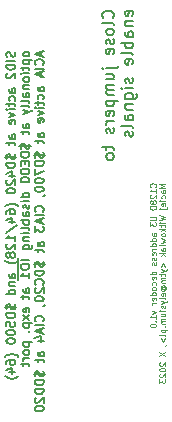
<source format=gbo>
G04 #@! TF.GenerationSoftware,KiCad,Pcbnew,(6.0.5)*
G04 #@! TF.CreationDate,2023-11-13T21:58:41+01:00*
G04 #@! TF.ProjectId,c128-u3-gal,63313238-2d75-4332-9d67-616c2e6b6963,1*
G04 #@! TF.SameCoordinates,Original*
G04 #@! TF.FileFunction,Legend,Bot*
G04 #@! TF.FilePolarity,Positive*
%FSLAX46Y46*%
G04 Gerber Fmt 4.6, Leading zero omitted, Abs format (unit mm)*
G04 Created by KiCad (PCBNEW (6.0.5)) date 2023-11-13 21:58:41*
%MOMM*%
%LPD*%
G01*
G04 APERTURE LIST*
%ADD10C,0.100000*%
%ADD11C,0.150000*%
%ADD12R,1.700000X1.700000*%
%ADD13O,1.700000X1.700000*%
%ADD14R,2.400000X1.600000*%
%ADD15O,2.400000X1.600000*%
G04 APERTURE END LIST*
D10*
X157967271Y-85102561D02*
X157991080Y-85078752D01*
X158014890Y-85007323D01*
X158014890Y-84959704D01*
X157991080Y-84888276D01*
X157943461Y-84840657D01*
X157895842Y-84816847D01*
X157800604Y-84793038D01*
X157729176Y-84793038D01*
X157633938Y-84816847D01*
X157586319Y-84840657D01*
X157538700Y-84888276D01*
X157514890Y-84959704D01*
X157514890Y-85007323D01*
X157538700Y-85078752D01*
X157562509Y-85102561D01*
X158014890Y-85578752D02*
X158014890Y-85293038D01*
X158014890Y-85435895D02*
X157514890Y-85435895D01*
X157586319Y-85388276D01*
X157633938Y-85340657D01*
X157657747Y-85293038D01*
X157562509Y-85769228D02*
X157538700Y-85793038D01*
X157514890Y-85840657D01*
X157514890Y-85959704D01*
X157538700Y-86007323D01*
X157562509Y-86031133D01*
X157610128Y-86054942D01*
X157657747Y-86054942D01*
X157729176Y-86031133D01*
X158014890Y-85745419D01*
X158014890Y-86054942D01*
X157729176Y-86340657D02*
X157705366Y-86293038D01*
X157681557Y-86269228D01*
X157633938Y-86245419D01*
X157610128Y-86245419D01*
X157562509Y-86269228D01*
X157538700Y-86293038D01*
X157514890Y-86340657D01*
X157514890Y-86435895D01*
X157538700Y-86483514D01*
X157562509Y-86507323D01*
X157610128Y-86531133D01*
X157633938Y-86531133D01*
X157681557Y-86507323D01*
X157705366Y-86483514D01*
X157729176Y-86435895D01*
X157729176Y-86340657D01*
X157752985Y-86293038D01*
X157776795Y-86269228D01*
X157824414Y-86245419D01*
X157919652Y-86245419D01*
X157967271Y-86269228D01*
X157991080Y-86293038D01*
X158014890Y-86340657D01*
X158014890Y-86435895D01*
X157991080Y-86483514D01*
X157967271Y-86507323D01*
X157919652Y-86531133D01*
X157824414Y-86531133D01*
X157776795Y-86507323D01*
X157752985Y-86483514D01*
X157729176Y-86435895D01*
X158014890Y-86745419D02*
X157514890Y-86745419D01*
X157514890Y-86864466D01*
X157538700Y-86935895D01*
X157586319Y-86983514D01*
X157633938Y-87007323D01*
X157729176Y-87031133D01*
X157800604Y-87031133D01*
X157895842Y-87007323D01*
X157943461Y-86983514D01*
X157991080Y-86935895D01*
X158014890Y-86864466D01*
X158014890Y-86745419D01*
X157514890Y-87626371D02*
X157919652Y-87626371D01*
X157967271Y-87650180D01*
X157991080Y-87673990D01*
X158014890Y-87721609D01*
X158014890Y-87816847D01*
X157991080Y-87864466D01*
X157967271Y-87888276D01*
X157919652Y-87912085D01*
X157514890Y-87912085D01*
X157514890Y-88102561D02*
X157514890Y-88412085D01*
X157705366Y-88245419D01*
X157705366Y-88316847D01*
X157729176Y-88364466D01*
X157752985Y-88388276D01*
X157800604Y-88412085D01*
X157919652Y-88412085D01*
X157967271Y-88388276D01*
X157991080Y-88364466D01*
X158014890Y-88316847D01*
X158014890Y-88173990D01*
X157991080Y-88126371D01*
X157967271Y-88102561D01*
X158014890Y-89221609D02*
X157752985Y-89221609D01*
X157705366Y-89197800D01*
X157681557Y-89150180D01*
X157681557Y-89054942D01*
X157705366Y-89007323D01*
X157991080Y-89221609D02*
X158014890Y-89173990D01*
X158014890Y-89054942D01*
X157991080Y-89007323D01*
X157943461Y-88983514D01*
X157895842Y-88983514D01*
X157848223Y-89007323D01*
X157824414Y-89054942D01*
X157824414Y-89173990D01*
X157800604Y-89221609D01*
X158014890Y-89673990D02*
X157514890Y-89673990D01*
X157991080Y-89673990D02*
X158014890Y-89626371D01*
X158014890Y-89531133D01*
X157991080Y-89483514D01*
X157967271Y-89459704D01*
X157919652Y-89435895D01*
X157776795Y-89435895D01*
X157729176Y-89459704D01*
X157705366Y-89483514D01*
X157681557Y-89531133D01*
X157681557Y-89626371D01*
X157705366Y-89673990D01*
X158014890Y-90126371D02*
X157514890Y-90126371D01*
X157991080Y-90126371D02*
X158014890Y-90078752D01*
X158014890Y-89983514D01*
X157991080Y-89935895D01*
X157967271Y-89912085D01*
X157919652Y-89888276D01*
X157776795Y-89888276D01*
X157729176Y-89912085D01*
X157705366Y-89935895D01*
X157681557Y-89983514D01*
X157681557Y-90078752D01*
X157705366Y-90126371D01*
X158014890Y-90364466D02*
X157681557Y-90364466D01*
X157776795Y-90364466D02*
X157729176Y-90388276D01*
X157705366Y-90412085D01*
X157681557Y-90459704D01*
X157681557Y-90507323D01*
X157991080Y-90864466D02*
X158014890Y-90816847D01*
X158014890Y-90721609D01*
X157991080Y-90673990D01*
X157943461Y-90650180D01*
X157752985Y-90650180D01*
X157705366Y-90673990D01*
X157681557Y-90721609D01*
X157681557Y-90816847D01*
X157705366Y-90864466D01*
X157752985Y-90888276D01*
X157800604Y-90888276D01*
X157848223Y-90650180D01*
X157991080Y-91078752D02*
X158014890Y-91126371D01*
X158014890Y-91221609D01*
X157991080Y-91269228D01*
X157943461Y-91293038D01*
X157919652Y-91293038D01*
X157872033Y-91269228D01*
X157848223Y-91221609D01*
X157848223Y-91150180D01*
X157824414Y-91102561D01*
X157776795Y-91078752D01*
X157752985Y-91078752D01*
X157705366Y-91102561D01*
X157681557Y-91150180D01*
X157681557Y-91221609D01*
X157705366Y-91269228D01*
X157991080Y-91483514D02*
X158014890Y-91531133D01*
X158014890Y-91626371D01*
X157991080Y-91673990D01*
X157943461Y-91697800D01*
X157919652Y-91697800D01*
X157872033Y-91673990D01*
X157848223Y-91626371D01*
X157848223Y-91554942D01*
X157824414Y-91507323D01*
X157776795Y-91483514D01*
X157752985Y-91483514D01*
X157705366Y-91507323D01*
X157681557Y-91554942D01*
X157681557Y-91626371D01*
X157705366Y-91673990D01*
X158014890Y-92507323D02*
X157514890Y-92507323D01*
X157991080Y-92507323D02*
X158014890Y-92459704D01*
X158014890Y-92364466D01*
X157991080Y-92316847D01*
X157967271Y-92293038D01*
X157919652Y-92269228D01*
X157776795Y-92269228D01*
X157729176Y-92293038D01*
X157705366Y-92316847D01*
X157681557Y-92364466D01*
X157681557Y-92459704D01*
X157705366Y-92507323D01*
X157991080Y-92935895D02*
X158014890Y-92888276D01*
X158014890Y-92793038D01*
X157991080Y-92745419D01*
X157943461Y-92721609D01*
X157752985Y-92721609D01*
X157705366Y-92745419D01*
X157681557Y-92793038D01*
X157681557Y-92888276D01*
X157705366Y-92935895D01*
X157752985Y-92959704D01*
X157800604Y-92959704D01*
X157848223Y-92721609D01*
X157991080Y-93388276D02*
X158014890Y-93340657D01*
X158014890Y-93245419D01*
X157991080Y-93197800D01*
X157967271Y-93173990D01*
X157919652Y-93150180D01*
X157776795Y-93150180D01*
X157729176Y-93173990D01*
X157705366Y-93197800D01*
X157681557Y-93245419D01*
X157681557Y-93340657D01*
X157705366Y-93388276D01*
X158014890Y-93673990D02*
X157991080Y-93626371D01*
X157967271Y-93602561D01*
X157919652Y-93578752D01*
X157776795Y-93578752D01*
X157729176Y-93602561D01*
X157705366Y-93626371D01*
X157681557Y-93673990D01*
X157681557Y-93745419D01*
X157705366Y-93793038D01*
X157729176Y-93816847D01*
X157776795Y-93840657D01*
X157919652Y-93840657D01*
X157967271Y-93816847D01*
X157991080Y-93793038D01*
X158014890Y-93745419D01*
X158014890Y-93673990D01*
X158014890Y-94269228D02*
X157514890Y-94269228D01*
X157991080Y-94269228D02*
X158014890Y-94221609D01*
X158014890Y-94126371D01*
X157991080Y-94078752D01*
X157967271Y-94054942D01*
X157919652Y-94031133D01*
X157776795Y-94031133D01*
X157729176Y-94054942D01*
X157705366Y-94078752D01*
X157681557Y-94126371D01*
X157681557Y-94221609D01*
X157705366Y-94269228D01*
X157991080Y-94697800D02*
X158014890Y-94650180D01*
X158014890Y-94554942D01*
X157991080Y-94507323D01*
X157943461Y-94483514D01*
X157752985Y-94483514D01*
X157705366Y-94507323D01*
X157681557Y-94554942D01*
X157681557Y-94650180D01*
X157705366Y-94697800D01*
X157752985Y-94721609D01*
X157800604Y-94721609D01*
X157848223Y-94483514D01*
X158014890Y-94935895D02*
X157681557Y-94935895D01*
X157776795Y-94935895D02*
X157729176Y-94959704D01*
X157705366Y-94983514D01*
X157681557Y-95031133D01*
X157681557Y-95078752D01*
X157681557Y-95578752D02*
X158014890Y-95697800D01*
X157681557Y-95816847D01*
X158014890Y-96269228D02*
X158014890Y-95983514D01*
X158014890Y-96126371D02*
X157514890Y-96126371D01*
X157586319Y-96078752D01*
X157633938Y-96031133D01*
X157657747Y-95983514D01*
X157967271Y-96483514D02*
X157991080Y-96507323D01*
X158014890Y-96483514D01*
X157991080Y-96459704D01*
X157967271Y-96483514D01*
X158014890Y-96483514D01*
X157514890Y-96816847D02*
X157514890Y-96864466D01*
X157538700Y-96912085D01*
X157562509Y-96935895D01*
X157610128Y-96959704D01*
X157705366Y-96983514D01*
X157824414Y-96983514D01*
X157919652Y-96959704D01*
X157967271Y-96935895D01*
X157991080Y-96912085D01*
X158014890Y-96864466D01*
X158014890Y-96816847D01*
X157991080Y-96769228D01*
X157967271Y-96745419D01*
X157919652Y-96721609D01*
X157824414Y-96697800D01*
X157705366Y-96697800D01*
X157610128Y-96721609D01*
X157562509Y-96745419D01*
X157538700Y-96769228D01*
X157514890Y-96816847D01*
X158819890Y-84816847D02*
X158319890Y-84816847D01*
X158677033Y-84983514D01*
X158319890Y-85150180D01*
X158819890Y-85150180D01*
X158819890Y-85602561D02*
X158557985Y-85602561D01*
X158510366Y-85578752D01*
X158486557Y-85531133D01*
X158486557Y-85435895D01*
X158510366Y-85388276D01*
X158796080Y-85602561D02*
X158819890Y-85554942D01*
X158819890Y-85435895D01*
X158796080Y-85388276D01*
X158748461Y-85364466D01*
X158700842Y-85364466D01*
X158653223Y-85388276D01*
X158629414Y-85435895D01*
X158629414Y-85554942D01*
X158605604Y-85602561D01*
X158796080Y-86054942D02*
X158819890Y-86007323D01*
X158819890Y-85912085D01*
X158796080Y-85864466D01*
X158772271Y-85840657D01*
X158724652Y-85816847D01*
X158581795Y-85816847D01*
X158534176Y-85840657D01*
X158510366Y-85864466D01*
X158486557Y-85912085D01*
X158486557Y-86007323D01*
X158510366Y-86054942D01*
X158819890Y-86269228D02*
X158486557Y-86269228D01*
X158319890Y-86269228D02*
X158343700Y-86245419D01*
X158367509Y-86269228D01*
X158343700Y-86293038D01*
X158319890Y-86269228D01*
X158367509Y-86269228D01*
X158796080Y-86697800D02*
X158819890Y-86650180D01*
X158819890Y-86554942D01*
X158796080Y-86507323D01*
X158748461Y-86483514D01*
X158557985Y-86483514D01*
X158510366Y-86507323D01*
X158486557Y-86554942D01*
X158486557Y-86650180D01*
X158510366Y-86697800D01*
X158557985Y-86721609D01*
X158605604Y-86721609D01*
X158653223Y-86483514D01*
X158486557Y-86935895D02*
X158915128Y-86935895D01*
X158962747Y-86912085D01*
X158986557Y-86864466D01*
X158986557Y-86840657D01*
X158319890Y-86935895D02*
X158343700Y-86912085D01*
X158367509Y-86935895D01*
X158343700Y-86959704D01*
X158319890Y-86935895D01*
X158367509Y-86935895D01*
X158319890Y-87507323D02*
X158819890Y-87626371D01*
X158462747Y-87721609D01*
X158819890Y-87816847D01*
X158319890Y-87935895D01*
X158819890Y-88126371D02*
X158486557Y-88126371D01*
X158319890Y-88126371D02*
X158343700Y-88102561D01*
X158367509Y-88126371D01*
X158343700Y-88150180D01*
X158319890Y-88126371D01*
X158367509Y-88126371D01*
X158486557Y-88293038D02*
X158486557Y-88483514D01*
X158319890Y-88364466D02*
X158748461Y-88364466D01*
X158796080Y-88388276D01*
X158819890Y-88435895D01*
X158819890Y-88483514D01*
X158819890Y-88650180D02*
X158319890Y-88650180D01*
X158629414Y-88697800D02*
X158819890Y-88840657D01*
X158486557Y-88840657D02*
X158677033Y-88650180D01*
X158819890Y-89126371D02*
X158796080Y-89078752D01*
X158772271Y-89054942D01*
X158724652Y-89031133D01*
X158581795Y-89031133D01*
X158534176Y-89054942D01*
X158510366Y-89078752D01*
X158486557Y-89126371D01*
X158486557Y-89197800D01*
X158510366Y-89245419D01*
X158534176Y-89269228D01*
X158581795Y-89293038D01*
X158724652Y-89293038D01*
X158772271Y-89269228D01*
X158796080Y-89245419D01*
X158819890Y-89197800D01*
X158819890Y-89126371D01*
X158486557Y-89459704D02*
X158819890Y-89554942D01*
X158581795Y-89650180D01*
X158819890Y-89745419D01*
X158486557Y-89840657D01*
X158819890Y-90031133D02*
X158486557Y-90031133D01*
X158319890Y-90031133D02*
X158343700Y-90007323D01*
X158367509Y-90031133D01*
X158343700Y-90054942D01*
X158319890Y-90031133D01*
X158367509Y-90031133D01*
X158819890Y-90483514D02*
X158557985Y-90483514D01*
X158510366Y-90459704D01*
X158486557Y-90412085D01*
X158486557Y-90316847D01*
X158510366Y-90269228D01*
X158796080Y-90483514D02*
X158819890Y-90435895D01*
X158819890Y-90316847D01*
X158796080Y-90269228D01*
X158748461Y-90245419D01*
X158700842Y-90245419D01*
X158653223Y-90269228D01*
X158629414Y-90316847D01*
X158629414Y-90435895D01*
X158605604Y-90483514D01*
X158819890Y-90721609D02*
X158319890Y-90721609D01*
X158629414Y-90769228D02*
X158819890Y-90912085D01*
X158486557Y-90912085D02*
X158677033Y-90721609D01*
X158486557Y-91888276D02*
X158629414Y-91507323D01*
X158772271Y-91888276D01*
X158486557Y-92078752D02*
X158819890Y-92197800D01*
X158486557Y-92316847D02*
X158819890Y-92197800D01*
X158938938Y-92150180D01*
X158962747Y-92126371D01*
X158986557Y-92078752D01*
X158486557Y-92435895D02*
X158486557Y-92626371D01*
X158319890Y-92507323D02*
X158748461Y-92507323D01*
X158796080Y-92531133D01*
X158819890Y-92578752D01*
X158819890Y-92626371D01*
X158819890Y-92793038D02*
X158486557Y-92793038D01*
X158534176Y-92793038D02*
X158510366Y-92816847D01*
X158486557Y-92864466D01*
X158486557Y-92935895D01*
X158510366Y-92983514D01*
X158557985Y-93007323D01*
X158819890Y-93007323D01*
X158557985Y-93007323D02*
X158510366Y-93031133D01*
X158486557Y-93078752D01*
X158486557Y-93150180D01*
X158510366Y-93197800D01*
X158557985Y-93221609D01*
X158819890Y-93221609D01*
X158581795Y-93769228D02*
X158557985Y-93745419D01*
X158534176Y-93697800D01*
X158534176Y-93650180D01*
X158557985Y-93602561D01*
X158581795Y-93578752D01*
X158629414Y-93554942D01*
X158677033Y-93554942D01*
X158724652Y-93578752D01*
X158748461Y-93602561D01*
X158772271Y-93650180D01*
X158772271Y-93697800D01*
X158748461Y-93745419D01*
X158724652Y-93769228D01*
X158534176Y-93769228D02*
X158724652Y-93769228D01*
X158748461Y-93793038D01*
X158748461Y-93816847D01*
X158724652Y-93864466D01*
X158677033Y-93888276D01*
X158557985Y-93888276D01*
X158486557Y-93840657D01*
X158438938Y-93769228D01*
X158415128Y-93673990D01*
X158438938Y-93578752D01*
X158486557Y-93507323D01*
X158557985Y-93459704D01*
X158653223Y-93435895D01*
X158748461Y-93459704D01*
X158819890Y-93507323D01*
X158867509Y-93578752D01*
X158891319Y-93673990D01*
X158867509Y-93769228D01*
X158819890Y-93840657D01*
X158796080Y-94293038D02*
X158819890Y-94245419D01*
X158819890Y-94150180D01*
X158796080Y-94102561D01*
X158748461Y-94078752D01*
X158557985Y-94078752D01*
X158510366Y-94102561D01*
X158486557Y-94150180D01*
X158486557Y-94245419D01*
X158510366Y-94293038D01*
X158557985Y-94316847D01*
X158605604Y-94316847D01*
X158653223Y-94078752D01*
X158819890Y-94602561D02*
X158796080Y-94554942D01*
X158748461Y-94531133D01*
X158319890Y-94531133D01*
X158486557Y-94745419D02*
X158819890Y-94864466D01*
X158486557Y-94983514D02*
X158819890Y-94864466D01*
X158938938Y-94816847D01*
X158962747Y-94793038D01*
X158986557Y-94745419D01*
X158796080Y-95150180D02*
X158819890Y-95197800D01*
X158819890Y-95293038D01*
X158796080Y-95340657D01*
X158748461Y-95364466D01*
X158724652Y-95364466D01*
X158677033Y-95340657D01*
X158653223Y-95293038D01*
X158653223Y-95221609D01*
X158629414Y-95173990D01*
X158581795Y-95150180D01*
X158557985Y-95150180D01*
X158510366Y-95173990D01*
X158486557Y-95221609D01*
X158486557Y-95293038D01*
X158510366Y-95340657D01*
X158819890Y-95578752D02*
X158486557Y-95578752D01*
X158319890Y-95578752D02*
X158343700Y-95554942D01*
X158367509Y-95578752D01*
X158343700Y-95602561D01*
X158319890Y-95578752D01*
X158367509Y-95578752D01*
X158486557Y-96031133D02*
X158819890Y-96031133D01*
X158486557Y-95816847D02*
X158748461Y-95816847D01*
X158796080Y-95840657D01*
X158819890Y-95888276D01*
X158819890Y-95959704D01*
X158796080Y-96007323D01*
X158772271Y-96031133D01*
X158819890Y-96269228D02*
X158486557Y-96269228D01*
X158534176Y-96269228D02*
X158510366Y-96293038D01*
X158486557Y-96340657D01*
X158486557Y-96412085D01*
X158510366Y-96459704D01*
X158557985Y-96483514D01*
X158819890Y-96483514D01*
X158557985Y-96483514D02*
X158510366Y-96507323D01*
X158486557Y-96554942D01*
X158486557Y-96626371D01*
X158510366Y-96673990D01*
X158557985Y-96697800D01*
X158819890Y-96697800D01*
X158772271Y-96935895D02*
X158796080Y-96959704D01*
X158819890Y-96935895D01*
X158796080Y-96912085D01*
X158772271Y-96935895D01*
X158819890Y-96935895D01*
X158486557Y-97173990D02*
X158986557Y-97173990D01*
X158510366Y-97173990D02*
X158486557Y-97221609D01*
X158486557Y-97316847D01*
X158510366Y-97364466D01*
X158534176Y-97388276D01*
X158581795Y-97412085D01*
X158724652Y-97412085D01*
X158772271Y-97388276D01*
X158796080Y-97364466D01*
X158819890Y-97316847D01*
X158819890Y-97221609D01*
X158796080Y-97173990D01*
X158819890Y-97697800D02*
X158796080Y-97650180D01*
X158748461Y-97626371D01*
X158319890Y-97626371D01*
X158486557Y-97888276D02*
X158629414Y-98269228D01*
X158772271Y-97888276D01*
X158796080Y-98531133D02*
X158819890Y-98531133D01*
X158867509Y-98507323D01*
X158891319Y-98483514D01*
X158319890Y-99078752D02*
X158819890Y-99412085D01*
X158319890Y-99412085D02*
X158819890Y-99078752D01*
X158367509Y-99959704D02*
X158343700Y-99983514D01*
X158319890Y-100031133D01*
X158319890Y-100150180D01*
X158343700Y-100197800D01*
X158367509Y-100221609D01*
X158415128Y-100245419D01*
X158462747Y-100245419D01*
X158534176Y-100221609D01*
X158819890Y-99935895D01*
X158819890Y-100245419D01*
X158319890Y-100554942D02*
X158319890Y-100602561D01*
X158343700Y-100650180D01*
X158367509Y-100673990D01*
X158415128Y-100697800D01*
X158510366Y-100721609D01*
X158629414Y-100721609D01*
X158724652Y-100697800D01*
X158772271Y-100673990D01*
X158796080Y-100650180D01*
X158819890Y-100602561D01*
X158819890Y-100554942D01*
X158796080Y-100507323D01*
X158772271Y-100483514D01*
X158724652Y-100459704D01*
X158629414Y-100435895D01*
X158510366Y-100435895D01*
X158415128Y-100459704D01*
X158367509Y-100483514D01*
X158343700Y-100507323D01*
X158319890Y-100554942D01*
X158367509Y-100912085D02*
X158343700Y-100935895D01*
X158319890Y-100983514D01*
X158319890Y-101102561D01*
X158343700Y-101150180D01*
X158367509Y-101173990D01*
X158415128Y-101197800D01*
X158462747Y-101197800D01*
X158534176Y-101173990D01*
X158819890Y-100888276D01*
X158819890Y-101197800D01*
X158319890Y-101364466D02*
X158319890Y-101673990D01*
X158510366Y-101507323D01*
X158510366Y-101578752D01*
X158534176Y-101626371D01*
X158557985Y-101650180D01*
X158605604Y-101673990D01*
X158724652Y-101673990D01*
X158772271Y-101650180D01*
X158796080Y-101626371D01*
X158819890Y-101578752D01*
X158819890Y-101435895D01*
X158796080Y-101388276D01*
X158772271Y-101364466D01*
D11*
X154365142Y-70782423D02*
X154412761Y-70734804D01*
X154460380Y-70591947D01*
X154460380Y-70496709D01*
X154412761Y-70353852D01*
X154317523Y-70258614D01*
X154222285Y-70210995D01*
X154031809Y-70163376D01*
X153888952Y-70163376D01*
X153698476Y-70210995D01*
X153603238Y-70258614D01*
X153508000Y-70353852D01*
X153460380Y-70496709D01*
X153460380Y-70591947D01*
X153508000Y-70734804D01*
X153555619Y-70782423D01*
X154460380Y-71353852D02*
X154412761Y-71258614D01*
X154317523Y-71210995D01*
X153460380Y-71210995D01*
X154460380Y-71877661D02*
X154412761Y-71782423D01*
X154365142Y-71734804D01*
X154269904Y-71687185D01*
X153984190Y-71687185D01*
X153888952Y-71734804D01*
X153841333Y-71782423D01*
X153793714Y-71877661D01*
X153793714Y-72020519D01*
X153841333Y-72115757D01*
X153888952Y-72163376D01*
X153984190Y-72210995D01*
X154269904Y-72210995D01*
X154365142Y-72163376D01*
X154412761Y-72115757D01*
X154460380Y-72020519D01*
X154460380Y-71877661D01*
X154412761Y-72591947D02*
X154460380Y-72687185D01*
X154460380Y-72877661D01*
X154412761Y-72972900D01*
X154317523Y-73020519D01*
X154269904Y-73020519D01*
X154174666Y-72972900D01*
X154127047Y-72877661D01*
X154127047Y-72734804D01*
X154079428Y-72639566D01*
X153984190Y-72591947D01*
X153936571Y-72591947D01*
X153841333Y-72639566D01*
X153793714Y-72734804D01*
X153793714Y-72877661D01*
X153841333Y-72972900D01*
X154412761Y-73830042D02*
X154460380Y-73734804D01*
X154460380Y-73544328D01*
X154412761Y-73449090D01*
X154317523Y-73401471D01*
X153936571Y-73401471D01*
X153841333Y-73449090D01*
X153793714Y-73544328D01*
X153793714Y-73734804D01*
X153841333Y-73830042D01*
X153936571Y-73877661D01*
X154031809Y-73877661D01*
X154127047Y-73401471D01*
X153793714Y-75068138D02*
X154650857Y-75068138D01*
X154746095Y-75020519D01*
X154793714Y-74925280D01*
X154793714Y-74877661D01*
X153460380Y-75068138D02*
X153508000Y-75020519D01*
X153555619Y-75068138D01*
X153508000Y-75115757D01*
X153460380Y-75068138D01*
X153555619Y-75068138D01*
X153793714Y-75972900D02*
X154460380Y-75972900D01*
X153793714Y-75544328D02*
X154317523Y-75544328D01*
X154412761Y-75591947D01*
X154460380Y-75687185D01*
X154460380Y-75830042D01*
X154412761Y-75925280D01*
X154365142Y-75972900D01*
X154460380Y-76449090D02*
X153793714Y-76449090D01*
X153888952Y-76449090D02*
X153841333Y-76496709D01*
X153793714Y-76591947D01*
X153793714Y-76734804D01*
X153841333Y-76830042D01*
X153936571Y-76877661D01*
X154460380Y-76877661D01*
X153936571Y-76877661D02*
X153841333Y-76925280D01*
X153793714Y-77020519D01*
X153793714Y-77163376D01*
X153841333Y-77258614D01*
X153936571Y-77306233D01*
X154460380Y-77306233D01*
X153793714Y-77782423D02*
X154793714Y-77782423D01*
X153841333Y-77782423D02*
X153793714Y-77877661D01*
X153793714Y-78068138D01*
X153841333Y-78163376D01*
X153888952Y-78210995D01*
X153984190Y-78258614D01*
X154269904Y-78258614D01*
X154365142Y-78210995D01*
X154412761Y-78163376D01*
X154460380Y-78068138D01*
X154460380Y-77877661D01*
X154412761Y-77782423D01*
X154412761Y-79068138D02*
X154460380Y-78972900D01*
X154460380Y-78782423D01*
X154412761Y-78687185D01*
X154317523Y-78639566D01*
X153936571Y-78639566D01*
X153841333Y-78687185D01*
X153793714Y-78782423D01*
X153793714Y-78972900D01*
X153841333Y-79068138D01*
X153936571Y-79115757D01*
X154031809Y-79115757D01*
X154127047Y-78639566D01*
X154460380Y-79544328D02*
X153793714Y-79544328D01*
X153984190Y-79544328D02*
X153888952Y-79591947D01*
X153841333Y-79639566D01*
X153793714Y-79734804D01*
X153793714Y-79830042D01*
X154412761Y-80115757D02*
X154460380Y-80210995D01*
X154460380Y-80401471D01*
X154412761Y-80496709D01*
X154317523Y-80544328D01*
X154269904Y-80544328D01*
X154174666Y-80496709D01*
X154127047Y-80401471D01*
X154127047Y-80258614D01*
X154079428Y-80163376D01*
X153984190Y-80115757D01*
X153936571Y-80115757D01*
X153841333Y-80163376D01*
X153793714Y-80258614D01*
X153793714Y-80401471D01*
X153841333Y-80496709D01*
X153793714Y-81591947D02*
X153793714Y-81972900D01*
X153460380Y-81734804D02*
X154317523Y-81734804D01*
X154412761Y-81782423D01*
X154460380Y-81877661D01*
X154460380Y-81972900D01*
X154460380Y-82449090D02*
X154412761Y-82353852D01*
X154365142Y-82306233D01*
X154269904Y-82258614D01*
X153984190Y-82258614D01*
X153888952Y-82306233D01*
X153841333Y-82353852D01*
X153793714Y-82449090D01*
X153793714Y-82591947D01*
X153841333Y-82687185D01*
X153888952Y-82734804D01*
X153984190Y-82782423D01*
X154269904Y-82782423D01*
X154365142Y-82734804D01*
X154412761Y-82687185D01*
X154460380Y-82591947D01*
X154460380Y-82449090D01*
X156022761Y-70591947D02*
X156070380Y-70496709D01*
X156070380Y-70306233D01*
X156022761Y-70210995D01*
X155927523Y-70163376D01*
X155546571Y-70163376D01*
X155451333Y-70210995D01*
X155403714Y-70306233D01*
X155403714Y-70496709D01*
X155451333Y-70591947D01*
X155546571Y-70639566D01*
X155641809Y-70639566D01*
X155737047Y-70163376D01*
X155403714Y-71068138D02*
X156070380Y-71068138D01*
X155498952Y-71068138D02*
X155451333Y-71115757D01*
X155403714Y-71210995D01*
X155403714Y-71353852D01*
X155451333Y-71449090D01*
X155546571Y-71496709D01*
X156070380Y-71496709D01*
X156070380Y-72401471D02*
X155546571Y-72401471D01*
X155451333Y-72353852D01*
X155403714Y-72258614D01*
X155403714Y-72068138D01*
X155451333Y-71972900D01*
X156022761Y-72401471D02*
X156070380Y-72306233D01*
X156070380Y-72068138D01*
X156022761Y-71972900D01*
X155927523Y-71925280D01*
X155832285Y-71925280D01*
X155737047Y-71972900D01*
X155689428Y-72068138D01*
X155689428Y-72306233D01*
X155641809Y-72401471D01*
X156070380Y-72877661D02*
X155070380Y-72877661D01*
X155451333Y-72877661D02*
X155403714Y-72972900D01*
X155403714Y-73163376D01*
X155451333Y-73258614D01*
X155498952Y-73306233D01*
X155594190Y-73353852D01*
X155879904Y-73353852D01*
X155975142Y-73306233D01*
X156022761Y-73258614D01*
X156070380Y-73163376D01*
X156070380Y-72972900D01*
X156022761Y-72877661D01*
X156070380Y-73925280D02*
X156022761Y-73830042D01*
X155927523Y-73782423D01*
X155070380Y-73782423D01*
X156022761Y-74687185D02*
X156070380Y-74591947D01*
X156070380Y-74401471D01*
X156022761Y-74306233D01*
X155927523Y-74258614D01*
X155546571Y-74258614D01*
X155451333Y-74306233D01*
X155403714Y-74401471D01*
X155403714Y-74591947D01*
X155451333Y-74687185D01*
X155546571Y-74734804D01*
X155641809Y-74734804D01*
X155737047Y-74258614D01*
X156022761Y-75877661D02*
X156070380Y-75972900D01*
X156070380Y-76163376D01*
X156022761Y-76258614D01*
X155927523Y-76306233D01*
X155879904Y-76306233D01*
X155784666Y-76258614D01*
X155737047Y-76163376D01*
X155737047Y-76020519D01*
X155689428Y-75925280D01*
X155594190Y-75877661D01*
X155546571Y-75877661D01*
X155451333Y-75925280D01*
X155403714Y-76020519D01*
X155403714Y-76163376D01*
X155451333Y-76258614D01*
X156070380Y-76734804D02*
X155403714Y-76734804D01*
X155070380Y-76734804D02*
X155118000Y-76687185D01*
X155165619Y-76734804D01*
X155118000Y-76782423D01*
X155070380Y-76734804D01*
X155165619Y-76734804D01*
X155403714Y-77639566D02*
X156213238Y-77639566D01*
X156308476Y-77591947D01*
X156356095Y-77544328D01*
X156403714Y-77449090D01*
X156403714Y-77306233D01*
X156356095Y-77210995D01*
X156022761Y-77639566D02*
X156070380Y-77544328D01*
X156070380Y-77353852D01*
X156022761Y-77258614D01*
X155975142Y-77210995D01*
X155879904Y-77163376D01*
X155594190Y-77163376D01*
X155498952Y-77210995D01*
X155451333Y-77258614D01*
X155403714Y-77353852D01*
X155403714Y-77544328D01*
X155451333Y-77639566D01*
X155403714Y-78115757D02*
X156070380Y-78115757D01*
X155498952Y-78115757D02*
X155451333Y-78163376D01*
X155403714Y-78258614D01*
X155403714Y-78401471D01*
X155451333Y-78496709D01*
X155546571Y-78544328D01*
X156070380Y-78544328D01*
X156070380Y-79449090D02*
X155546571Y-79449090D01*
X155451333Y-79401471D01*
X155403714Y-79306233D01*
X155403714Y-79115757D01*
X155451333Y-79020519D01*
X156022761Y-79449090D02*
X156070380Y-79353852D01*
X156070380Y-79115757D01*
X156022761Y-79020519D01*
X155927523Y-78972900D01*
X155832285Y-78972900D01*
X155737047Y-79020519D01*
X155689428Y-79115757D01*
X155689428Y-79353852D01*
X155641809Y-79449090D01*
X156070380Y-80068138D02*
X156022761Y-79972900D01*
X155927523Y-79925280D01*
X155070380Y-79925280D01*
X156022761Y-80401471D02*
X156070380Y-80496709D01*
X156070380Y-80687185D01*
X156022761Y-80782423D01*
X155927523Y-80830042D01*
X155879904Y-80830042D01*
X155784666Y-80782423D01*
X155737047Y-80687185D01*
X155737047Y-80544328D01*
X155689428Y-80449090D01*
X155594190Y-80401471D01*
X155546571Y-80401471D01*
X155451333Y-80449090D01*
X155403714Y-80544328D01*
X155403714Y-80687185D01*
X155451333Y-80782423D01*
X146060471Y-73646357D02*
X146096185Y-73753500D01*
X146096185Y-73932071D01*
X146060471Y-74003500D01*
X146024757Y-74039214D01*
X145953328Y-74074928D01*
X145881900Y-74074928D01*
X145810471Y-74039214D01*
X145774757Y-74003500D01*
X145739042Y-73932071D01*
X145703328Y-73789214D01*
X145667614Y-73717785D01*
X145631900Y-73682071D01*
X145560471Y-73646357D01*
X145489042Y-73646357D01*
X145417614Y-73682071D01*
X145381900Y-73717785D01*
X145346185Y-73789214D01*
X145346185Y-73967785D01*
X145381900Y-74074928D01*
X146096185Y-74396357D02*
X145346185Y-74396357D01*
X146096185Y-74753500D02*
X145346185Y-74753500D01*
X145346185Y-74932071D01*
X145381900Y-75039214D01*
X145453328Y-75110642D01*
X145524757Y-75146357D01*
X145667614Y-75182071D01*
X145774757Y-75182071D01*
X145917614Y-75146357D01*
X145989042Y-75110642D01*
X146060471Y-75039214D01*
X146096185Y-74932071D01*
X146096185Y-74753500D01*
X145417614Y-75467785D02*
X145381900Y-75503500D01*
X145346185Y-75574928D01*
X145346185Y-75753500D01*
X145381900Y-75824928D01*
X145417614Y-75860642D01*
X145489042Y-75896357D01*
X145560471Y-75896357D01*
X145667614Y-75860642D01*
X146096185Y-75432071D01*
X146096185Y-75896357D01*
X146096185Y-77110642D02*
X145703328Y-77110642D01*
X145631900Y-77074928D01*
X145596185Y-77003500D01*
X145596185Y-76860642D01*
X145631900Y-76789214D01*
X146060471Y-77110642D02*
X146096185Y-77039214D01*
X146096185Y-76860642D01*
X146060471Y-76789214D01*
X145989042Y-76753500D01*
X145917614Y-76753500D01*
X145846185Y-76789214D01*
X145810471Y-76860642D01*
X145810471Y-77039214D01*
X145774757Y-77110642D01*
X146060471Y-77789214D02*
X146096185Y-77717785D01*
X146096185Y-77574928D01*
X146060471Y-77503500D01*
X146024757Y-77467785D01*
X145953328Y-77432071D01*
X145739042Y-77432071D01*
X145667614Y-77467785D01*
X145631900Y-77503500D01*
X145596185Y-77574928D01*
X145596185Y-77717785D01*
X145631900Y-77789214D01*
X145596185Y-78003500D02*
X145596185Y-78289214D01*
X145346185Y-78110642D02*
X145989042Y-78110642D01*
X146060471Y-78146357D01*
X146096185Y-78217785D01*
X146096185Y-78289214D01*
X146096185Y-78539214D02*
X145596185Y-78539214D01*
X145346185Y-78539214D02*
X145381900Y-78503500D01*
X145417614Y-78539214D01*
X145381900Y-78574928D01*
X145346185Y-78539214D01*
X145417614Y-78539214D01*
X145596185Y-78824928D02*
X146096185Y-79003500D01*
X145596185Y-79182071D01*
X146060471Y-79753500D02*
X146096185Y-79682071D01*
X146096185Y-79539214D01*
X146060471Y-79467785D01*
X145989042Y-79432071D01*
X145703328Y-79432071D01*
X145631900Y-79467785D01*
X145596185Y-79539214D01*
X145596185Y-79682071D01*
X145631900Y-79753500D01*
X145703328Y-79789214D01*
X145774757Y-79789214D01*
X145846185Y-79432071D01*
X146096185Y-81003500D02*
X145703328Y-81003500D01*
X145631900Y-80967785D01*
X145596185Y-80896357D01*
X145596185Y-80753500D01*
X145631900Y-80682071D01*
X146060471Y-81003500D02*
X146096185Y-80932071D01*
X146096185Y-80753500D01*
X146060471Y-80682071D01*
X145989042Y-80646357D01*
X145917614Y-80646357D01*
X145846185Y-80682071D01*
X145810471Y-80753500D01*
X145810471Y-80932071D01*
X145774757Y-81003500D01*
X145596185Y-81253500D02*
X145596185Y-81539214D01*
X145346185Y-81360642D02*
X145989042Y-81360642D01*
X146060471Y-81396357D01*
X146096185Y-81467785D01*
X146096185Y-81539214D01*
X146060471Y-82324928D02*
X146096185Y-82432071D01*
X146096185Y-82610642D01*
X146060471Y-82682071D01*
X146024757Y-82717785D01*
X145953328Y-82753500D01*
X145881900Y-82753500D01*
X145810471Y-82717785D01*
X145774757Y-82682071D01*
X145739042Y-82610642D01*
X145703328Y-82467785D01*
X145667614Y-82396357D01*
X145631900Y-82360642D01*
X145560471Y-82324928D01*
X145489042Y-82324928D01*
X145417614Y-82360642D01*
X145381900Y-82396357D01*
X145346185Y-82467785D01*
X145346185Y-82646357D01*
X145381900Y-82753500D01*
X145239042Y-82539214D02*
X146203328Y-82539214D01*
X146096185Y-83074928D02*
X145346185Y-83074928D01*
X145346185Y-83253500D01*
X145381900Y-83360642D01*
X145453328Y-83432071D01*
X145524757Y-83467785D01*
X145667614Y-83503500D01*
X145774757Y-83503500D01*
X145917614Y-83467785D01*
X145989042Y-83432071D01*
X146060471Y-83360642D01*
X146096185Y-83253500D01*
X146096185Y-83074928D01*
X145596185Y-84146357D02*
X146096185Y-84146357D01*
X145310471Y-83967785D02*
X145846185Y-83789214D01*
X145846185Y-84253500D01*
X145417614Y-84503500D02*
X145381900Y-84539214D01*
X145346185Y-84610642D01*
X145346185Y-84789214D01*
X145381900Y-84860642D01*
X145417614Y-84896357D01*
X145489042Y-84932071D01*
X145560471Y-84932071D01*
X145667614Y-84896357D01*
X146096185Y-84467785D01*
X146096185Y-84932071D01*
X145346185Y-85396357D02*
X145346185Y-85467785D01*
X145381900Y-85539214D01*
X145417614Y-85574928D01*
X145489042Y-85610642D01*
X145631900Y-85646357D01*
X145810471Y-85646357D01*
X145953328Y-85610642D01*
X146024757Y-85574928D01*
X146060471Y-85539214D01*
X146096185Y-85467785D01*
X146096185Y-85396357D01*
X146060471Y-85324928D01*
X146024757Y-85289214D01*
X145953328Y-85253500D01*
X145810471Y-85217785D01*
X145631900Y-85217785D01*
X145489042Y-85253500D01*
X145417614Y-85289214D01*
X145381900Y-85324928D01*
X145346185Y-85396357D01*
X146381900Y-86753500D02*
X146346185Y-86717785D01*
X146239042Y-86646357D01*
X146167614Y-86610642D01*
X146060471Y-86574928D01*
X145881900Y-86539214D01*
X145739042Y-86539214D01*
X145560471Y-86574928D01*
X145453328Y-86610642D01*
X145381900Y-86646357D01*
X145274757Y-86717785D01*
X145239042Y-86753500D01*
X145346185Y-87360642D02*
X145346185Y-87217785D01*
X145381900Y-87146357D01*
X145417614Y-87110642D01*
X145524757Y-87039214D01*
X145667614Y-87003500D01*
X145953328Y-87003500D01*
X146024757Y-87039214D01*
X146060471Y-87074928D01*
X146096185Y-87146357D01*
X146096185Y-87289214D01*
X146060471Y-87360642D01*
X146024757Y-87396357D01*
X145953328Y-87432071D01*
X145774757Y-87432071D01*
X145703328Y-87396357D01*
X145667614Y-87360642D01*
X145631900Y-87289214D01*
X145631900Y-87146357D01*
X145667614Y-87074928D01*
X145703328Y-87039214D01*
X145774757Y-87003500D01*
X145596185Y-88074928D02*
X146096185Y-88074928D01*
X145310471Y-87896357D02*
X145846185Y-87717785D01*
X145846185Y-88182071D01*
X145310471Y-89003500D02*
X146274757Y-88360642D01*
X146096185Y-89646357D02*
X146096185Y-89217785D01*
X146096185Y-89432071D02*
X145346185Y-89432071D01*
X145453328Y-89360642D01*
X145524757Y-89289214D01*
X145560471Y-89217785D01*
X145417614Y-89932071D02*
X145381900Y-89967785D01*
X145346185Y-90039214D01*
X145346185Y-90217785D01*
X145381900Y-90289214D01*
X145417614Y-90324928D01*
X145489042Y-90360642D01*
X145560471Y-90360642D01*
X145667614Y-90324928D01*
X146096185Y-89896357D01*
X146096185Y-90360642D01*
X145667614Y-90789214D02*
X145631900Y-90717785D01*
X145596185Y-90682071D01*
X145524757Y-90646357D01*
X145489042Y-90646357D01*
X145417614Y-90682071D01*
X145381900Y-90717785D01*
X145346185Y-90789214D01*
X145346185Y-90932071D01*
X145381900Y-91003500D01*
X145417614Y-91039214D01*
X145489042Y-91074928D01*
X145524757Y-91074928D01*
X145596185Y-91039214D01*
X145631900Y-91003500D01*
X145667614Y-90932071D01*
X145667614Y-90789214D01*
X145703328Y-90717785D01*
X145739042Y-90682071D01*
X145810471Y-90646357D01*
X145953328Y-90646357D01*
X146024757Y-90682071D01*
X146060471Y-90717785D01*
X146096185Y-90789214D01*
X146096185Y-90932071D01*
X146060471Y-91003500D01*
X146024757Y-91039214D01*
X145953328Y-91074928D01*
X145810471Y-91074928D01*
X145739042Y-91039214D01*
X145703328Y-91003500D01*
X145667614Y-90932071D01*
X146381900Y-91324928D02*
X146346185Y-91360642D01*
X146239042Y-91432071D01*
X146167614Y-91467785D01*
X146060471Y-91503500D01*
X145881900Y-91539214D01*
X145739042Y-91539214D01*
X145560471Y-91503500D01*
X145453328Y-91467785D01*
X145381900Y-91432071D01*
X145274757Y-91360642D01*
X145239042Y-91324928D01*
X146096185Y-92789214D02*
X145703328Y-92789214D01*
X145631900Y-92753500D01*
X145596185Y-92682071D01*
X145596185Y-92539214D01*
X145631900Y-92467785D01*
X146060471Y-92789214D02*
X146096185Y-92717785D01*
X146096185Y-92539214D01*
X146060471Y-92467785D01*
X145989042Y-92432071D01*
X145917614Y-92432071D01*
X145846185Y-92467785D01*
X145810471Y-92539214D01*
X145810471Y-92717785D01*
X145774757Y-92789214D01*
X145596185Y-93146357D02*
X146096185Y-93146357D01*
X145667614Y-93146357D02*
X145631900Y-93182071D01*
X145596185Y-93253500D01*
X145596185Y-93360642D01*
X145631900Y-93432071D01*
X145703328Y-93467785D01*
X146096185Y-93467785D01*
X146096185Y-94146357D02*
X145346185Y-94146357D01*
X146060471Y-94146357D02*
X146096185Y-94074928D01*
X146096185Y-93932071D01*
X146060471Y-93860642D01*
X146024757Y-93824928D01*
X145953328Y-93789214D01*
X145739042Y-93789214D01*
X145667614Y-93824928D01*
X145631900Y-93860642D01*
X145596185Y-93932071D01*
X145596185Y-94074928D01*
X145631900Y-94146357D01*
X146060471Y-95039214D02*
X146096185Y-95146357D01*
X146096185Y-95324928D01*
X146060471Y-95396357D01*
X146024757Y-95432071D01*
X145953328Y-95467785D01*
X145881900Y-95467785D01*
X145810471Y-95432071D01*
X145774757Y-95396357D01*
X145739042Y-95324928D01*
X145703328Y-95182071D01*
X145667614Y-95110642D01*
X145631900Y-95074928D01*
X145560471Y-95039214D01*
X145489042Y-95039214D01*
X145417614Y-95074928D01*
X145381900Y-95110642D01*
X145346185Y-95182071D01*
X145346185Y-95360642D01*
X145381900Y-95467785D01*
X145239042Y-95253500D02*
X146203328Y-95253500D01*
X146096185Y-95789214D02*
X145346185Y-95789214D01*
X145346185Y-95967785D01*
X145381900Y-96074928D01*
X145453328Y-96146357D01*
X145524757Y-96182071D01*
X145667614Y-96217785D01*
X145774757Y-96217785D01*
X145917614Y-96182071D01*
X145989042Y-96146357D01*
X146060471Y-96074928D01*
X146096185Y-95967785D01*
X146096185Y-95789214D01*
X145346185Y-96896357D02*
X145346185Y-96539214D01*
X145703328Y-96503500D01*
X145667614Y-96539214D01*
X145631900Y-96610642D01*
X145631900Y-96789214D01*
X145667614Y-96860642D01*
X145703328Y-96896357D01*
X145774757Y-96932071D01*
X145953328Y-96932071D01*
X146024757Y-96896357D01*
X146060471Y-96860642D01*
X146096185Y-96789214D01*
X146096185Y-96610642D01*
X146060471Y-96539214D01*
X146024757Y-96503500D01*
X145346185Y-97396357D02*
X145346185Y-97467785D01*
X145381900Y-97539214D01*
X145417614Y-97574928D01*
X145489042Y-97610642D01*
X145631900Y-97646357D01*
X145810471Y-97646357D01*
X145953328Y-97610642D01*
X146024757Y-97574928D01*
X146060471Y-97539214D01*
X146096185Y-97467785D01*
X146096185Y-97396357D01*
X146060471Y-97324928D01*
X146024757Y-97289214D01*
X145953328Y-97253500D01*
X145810471Y-97217785D01*
X145631900Y-97217785D01*
X145489042Y-97253500D01*
X145417614Y-97289214D01*
X145381900Y-97324928D01*
X145346185Y-97396357D01*
X145346185Y-98110642D02*
X145346185Y-98182071D01*
X145381900Y-98253500D01*
X145417614Y-98289214D01*
X145489042Y-98324928D01*
X145631900Y-98360642D01*
X145810471Y-98360642D01*
X145953328Y-98324928D01*
X146024757Y-98289214D01*
X146060471Y-98253500D01*
X146096185Y-98182071D01*
X146096185Y-98110642D01*
X146060471Y-98039214D01*
X146024757Y-98003500D01*
X145953328Y-97967785D01*
X145810471Y-97932071D01*
X145631900Y-97932071D01*
X145489042Y-97967785D01*
X145417614Y-98003500D01*
X145381900Y-98039214D01*
X145346185Y-98110642D01*
X146381900Y-99467785D02*
X146346185Y-99432071D01*
X146239042Y-99360642D01*
X146167614Y-99324928D01*
X146060471Y-99289214D01*
X145881900Y-99253500D01*
X145739042Y-99253500D01*
X145560471Y-99289214D01*
X145453328Y-99324928D01*
X145381900Y-99360642D01*
X145274757Y-99432071D01*
X145239042Y-99467785D01*
X145346185Y-100074928D02*
X145346185Y-99932071D01*
X145381900Y-99860642D01*
X145417614Y-99824928D01*
X145524757Y-99753500D01*
X145667614Y-99717785D01*
X145953328Y-99717785D01*
X146024757Y-99753500D01*
X146060471Y-99789214D01*
X146096185Y-99860642D01*
X146096185Y-100003500D01*
X146060471Y-100074928D01*
X146024757Y-100110642D01*
X145953328Y-100146357D01*
X145774757Y-100146357D01*
X145703328Y-100110642D01*
X145667614Y-100074928D01*
X145631900Y-100003500D01*
X145631900Y-99860642D01*
X145667614Y-99789214D01*
X145703328Y-99753500D01*
X145774757Y-99717785D01*
X145596185Y-100789214D02*
X146096185Y-100789214D01*
X145310471Y-100610642D02*
X145846185Y-100432071D01*
X145846185Y-100896357D01*
X146381900Y-101110642D02*
X146346185Y-101146357D01*
X146239042Y-101217785D01*
X146167614Y-101253500D01*
X146060471Y-101289214D01*
X145881900Y-101324928D01*
X145739042Y-101324928D01*
X145560471Y-101289214D01*
X145453328Y-101253500D01*
X145381900Y-101217785D01*
X145274757Y-101146357D01*
X145239042Y-101110642D01*
X147303685Y-73789214D02*
X147267971Y-73717785D01*
X147232257Y-73682071D01*
X147160828Y-73646357D01*
X146946542Y-73646357D01*
X146875114Y-73682071D01*
X146839400Y-73717785D01*
X146803685Y-73789214D01*
X146803685Y-73896357D01*
X146839400Y-73967785D01*
X146875114Y-74003500D01*
X146946542Y-74039214D01*
X147160828Y-74039214D01*
X147232257Y-74003500D01*
X147267971Y-73967785D01*
X147303685Y-73896357D01*
X147303685Y-73789214D01*
X146803685Y-74360642D02*
X147553685Y-74360642D01*
X146839400Y-74360642D02*
X146803685Y-74432071D01*
X146803685Y-74574928D01*
X146839400Y-74646357D01*
X146875114Y-74682071D01*
X146946542Y-74717785D01*
X147160828Y-74717785D01*
X147232257Y-74682071D01*
X147267971Y-74646357D01*
X147303685Y-74574928D01*
X147303685Y-74432071D01*
X147267971Y-74360642D01*
X146803685Y-74932071D02*
X146803685Y-75217785D01*
X146553685Y-75039214D02*
X147196542Y-75039214D01*
X147267971Y-75074928D01*
X147303685Y-75146357D01*
X147303685Y-75217785D01*
X147303685Y-75467785D02*
X146803685Y-75467785D01*
X146553685Y-75467785D02*
X146589400Y-75432071D01*
X146625114Y-75467785D01*
X146589400Y-75503500D01*
X146553685Y-75467785D01*
X146625114Y-75467785D01*
X147303685Y-75932071D02*
X147267971Y-75860642D01*
X147232257Y-75824928D01*
X147160828Y-75789214D01*
X146946542Y-75789214D01*
X146875114Y-75824928D01*
X146839400Y-75860642D01*
X146803685Y-75932071D01*
X146803685Y-76039214D01*
X146839400Y-76110642D01*
X146875114Y-76146357D01*
X146946542Y-76182071D01*
X147160828Y-76182071D01*
X147232257Y-76146357D01*
X147267971Y-76110642D01*
X147303685Y-76039214D01*
X147303685Y-75932071D01*
X146803685Y-76503500D02*
X147303685Y-76503500D01*
X146875114Y-76503500D02*
X146839400Y-76539214D01*
X146803685Y-76610642D01*
X146803685Y-76717785D01*
X146839400Y-76789214D01*
X146910828Y-76824928D01*
X147303685Y-76824928D01*
X147303685Y-77503500D02*
X146910828Y-77503500D01*
X146839400Y-77467785D01*
X146803685Y-77396357D01*
X146803685Y-77253500D01*
X146839400Y-77182071D01*
X147267971Y-77503500D02*
X147303685Y-77432071D01*
X147303685Y-77253500D01*
X147267971Y-77182071D01*
X147196542Y-77146357D01*
X147125114Y-77146357D01*
X147053685Y-77182071D01*
X147017971Y-77253500D01*
X147017971Y-77432071D01*
X146982257Y-77503500D01*
X147303685Y-77967785D02*
X147267971Y-77896357D01*
X147196542Y-77860642D01*
X146553685Y-77860642D01*
X147303685Y-78360642D02*
X147267971Y-78289214D01*
X147196542Y-78253500D01*
X146553685Y-78253500D01*
X146803685Y-78574928D02*
X147303685Y-78753500D01*
X146803685Y-78932071D02*
X147303685Y-78753500D01*
X147482257Y-78682071D01*
X147517971Y-78646357D01*
X147553685Y-78574928D01*
X147303685Y-80110642D02*
X146910828Y-80110642D01*
X146839400Y-80074928D01*
X146803685Y-80003500D01*
X146803685Y-79860642D01*
X146839400Y-79789214D01*
X147267971Y-80110642D02*
X147303685Y-80039214D01*
X147303685Y-79860642D01*
X147267971Y-79789214D01*
X147196542Y-79753500D01*
X147125114Y-79753500D01*
X147053685Y-79789214D01*
X147017971Y-79860642D01*
X147017971Y-80039214D01*
X146982257Y-80110642D01*
X146803685Y-80360642D02*
X146803685Y-80646357D01*
X146553685Y-80467785D02*
X147196542Y-80467785D01*
X147267971Y-80503500D01*
X147303685Y-80574928D01*
X147303685Y-80646357D01*
X147267971Y-81432071D02*
X147303685Y-81539214D01*
X147303685Y-81717785D01*
X147267971Y-81789214D01*
X147232257Y-81824928D01*
X147160828Y-81860642D01*
X147089400Y-81860642D01*
X147017971Y-81824928D01*
X146982257Y-81789214D01*
X146946542Y-81717785D01*
X146910828Y-81574928D01*
X146875114Y-81503500D01*
X146839400Y-81467785D01*
X146767971Y-81432071D01*
X146696542Y-81432071D01*
X146625114Y-81467785D01*
X146589400Y-81503500D01*
X146553685Y-81574928D01*
X146553685Y-81753500D01*
X146589400Y-81860642D01*
X146446542Y-81646357D02*
X147410828Y-81646357D01*
X147303685Y-82182071D02*
X146553685Y-82182071D01*
X146553685Y-82360642D01*
X146589400Y-82467785D01*
X146660828Y-82539214D01*
X146732257Y-82574928D01*
X146875114Y-82610642D01*
X146982257Y-82610642D01*
X147125114Y-82574928D01*
X147196542Y-82539214D01*
X147267971Y-82467785D01*
X147303685Y-82360642D01*
X147303685Y-82182071D01*
X146910828Y-82932071D02*
X146910828Y-83182071D01*
X147303685Y-83289214D02*
X147303685Y-82932071D01*
X146553685Y-82932071D01*
X146553685Y-83289214D01*
X146553685Y-83753500D02*
X146553685Y-83824928D01*
X146589400Y-83896357D01*
X146625114Y-83932071D01*
X146696542Y-83967785D01*
X146839400Y-84003500D01*
X147017971Y-84003500D01*
X147160828Y-83967785D01*
X147232257Y-83932071D01*
X147267971Y-83896357D01*
X147303685Y-83824928D01*
X147303685Y-83753500D01*
X147267971Y-83682071D01*
X147232257Y-83646357D01*
X147160828Y-83610642D01*
X147017971Y-83574928D01*
X146839400Y-83574928D01*
X146696542Y-83610642D01*
X146625114Y-83646357D01*
X146589400Y-83682071D01*
X146553685Y-83753500D01*
X146553685Y-84467785D02*
X146553685Y-84539214D01*
X146589400Y-84610642D01*
X146625114Y-84646357D01*
X146696542Y-84682071D01*
X146839400Y-84717785D01*
X147017971Y-84717785D01*
X147160828Y-84682071D01*
X147232257Y-84646357D01*
X147267971Y-84610642D01*
X147303685Y-84539214D01*
X147303685Y-84467785D01*
X147267971Y-84396357D01*
X147232257Y-84360642D01*
X147160828Y-84324928D01*
X147017971Y-84289214D01*
X146839400Y-84289214D01*
X146696542Y-84324928D01*
X146625114Y-84360642D01*
X146589400Y-84396357D01*
X146553685Y-84467785D01*
X147303685Y-85932071D02*
X146553685Y-85932071D01*
X147267971Y-85932071D02*
X147303685Y-85860642D01*
X147303685Y-85717785D01*
X147267971Y-85646357D01*
X147232257Y-85610642D01*
X147160828Y-85574928D01*
X146946542Y-85574928D01*
X146875114Y-85610642D01*
X146839400Y-85646357D01*
X146803685Y-85717785D01*
X146803685Y-85860642D01*
X146839400Y-85932071D01*
X147303685Y-86289214D02*
X146803685Y-86289214D01*
X146553685Y-86289214D02*
X146589400Y-86253500D01*
X146625114Y-86289214D01*
X146589400Y-86324928D01*
X146553685Y-86289214D01*
X146625114Y-86289214D01*
X147267971Y-86610642D02*
X147303685Y-86682071D01*
X147303685Y-86824928D01*
X147267971Y-86896357D01*
X147196542Y-86932071D01*
X147160828Y-86932071D01*
X147089400Y-86896357D01*
X147053685Y-86824928D01*
X147053685Y-86717785D01*
X147017971Y-86646357D01*
X146946542Y-86610642D01*
X146910828Y-86610642D01*
X146839400Y-86646357D01*
X146803685Y-86717785D01*
X146803685Y-86824928D01*
X146839400Y-86896357D01*
X147303685Y-87574928D02*
X146910828Y-87574928D01*
X146839400Y-87539214D01*
X146803685Y-87467785D01*
X146803685Y-87324928D01*
X146839400Y-87253500D01*
X147267971Y-87574928D02*
X147303685Y-87503500D01*
X147303685Y-87324928D01*
X147267971Y-87253500D01*
X147196542Y-87217785D01*
X147125114Y-87217785D01*
X147053685Y-87253500D01*
X147017971Y-87324928D01*
X147017971Y-87503500D01*
X146982257Y-87574928D01*
X147303685Y-87932071D02*
X146553685Y-87932071D01*
X146839400Y-87932071D02*
X146803685Y-88003500D01*
X146803685Y-88146357D01*
X146839400Y-88217785D01*
X146875114Y-88253500D01*
X146946542Y-88289214D01*
X147160828Y-88289214D01*
X147232257Y-88253500D01*
X147267971Y-88217785D01*
X147303685Y-88146357D01*
X147303685Y-88003500D01*
X147267971Y-87932071D01*
X147303685Y-88717785D02*
X147267971Y-88646357D01*
X147196542Y-88610642D01*
X146553685Y-88610642D01*
X147303685Y-89003500D02*
X146803685Y-89003500D01*
X146553685Y-89003500D02*
X146589400Y-88967785D01*
X146625114Y-89003500D01*
X146589400Y-89039214D01*
X146553685Y-89003500D01*
X146625114Y-89003500D01*
X146803685Y-89360642D02*
X147303685Y-89360642D01*
X146875114Y-89360642D02*
X146839400Y-89396357D01*
X146803685Y-89467785D01*
X146803685Y-89574928D01*
X146839400Y-89646357D01*
X146910828Y-89682071D01*
X147303685Y-89682071D01*
X146803685Y-90360642D02*
X147410828Y-90360642D01*
X147482257Y-90324928D01*
X147517971Y-90289214D01*
X147553685Y-90217785D01*
X147553685Y-90110642D01*
X147517971Y-90039214D01*
X147267971Y-90360642D02*
X147303685Y-90289214D01*
X147303685Y-90146357D01*
X147267971Y-90074928D01*
X147232257Y-90039214D01*
X147160828Y-90003500D01*
X146946542Y-90003500D01*
X146875114Y-90039214D01*
X146839400Y-90074928D01*
X146803685Y-90146357D01*
X146803685Y-90289214D01*
X146839400Y-90360642D01*
X146341900Y-91110642D02*
X146341900Y-91467785D01*
X147303685Y-91289214D02*
X146553685Y-91289214D01*
X146341900Y-91467785D02*
X146341900Y-92253500D01*
X146553685Y-91789214D02*
X146553685Y-91932071D01*
X146589400Y-92003500D01*
X146660828Y-92074928D01*
X146803685Y-92110642D01*
X147053685Y-92110642D01*
X147196542Y-92074928D01*
X147267971Y-92003500D01*
X147303685Y-91932071D01*
X147303685Y-91789214D01*
X147267971Y-91717785D01*
X147196542Y-91646357D01*
X147053685Y-91610642D01*
X146803685Y-91610642D01*
X146660828Y-91646357D01*
X146589400Y-91717785D01*
X146553685Y-91789214D01*
X146341900Y-92253500D02*
X146341900Y-92967785D01*
X147303685Y-92824928D02*
X147303685Y-92396357D01*
X147303685Y-92610642D02*
X146553685Y-92610642D01*
X146660828Y-92539214D01*
X146732257Y-92467785D01*
X146767971Y-92396357D01*
X147303685Y-94039214D02*
X146910828Y-94039214D01*
X146839400Y-94003500D01*
X146803685Y-93932071D01*
X146803685Y-93789214D01*
X146839400Y-93717785D01*
X147267971Y-94039214D02*
X147303685Y-93967785D01*
X147303685Y-93789214D01*
X147267971Y-93717785D01*
X147196542Y-93682071D01*
X147125114Y-93682071D01*
X147053685Y-93717785D01*
X147017971Y-93789214D01*
X147017971Y-93967785D01*
X146982257Y-94039214D01*
X146803685Y-94289214D02*
X146803685Y-94574928D01*
X146553685Y-94396357D02*
X147196542Y-94396357D01*
X147267971Y-94432071D01*
X147303685Y-94503499D01*
X147303685Y-94574928D01*
X147267971Y-95682071D02*
X147303685Y-95610642D01*
X147303685Y-95467785D01*
X147267971Y-95396357D01*
X147196542Y-95360642D01*
X146910828Y-95360642D01*
X146839400Y-95396357D01*
X146803685Y-95467785D01*
X146803685Y-95610642D01*
X146839400Y-95682071D01*
X146910828Y-95717785D01*
X146982257Y-95717785D01*
X147053685Y-95360642D01*
X147303685Y-95967785D02*
X146803685Y-96360642D01*
X146803685Y-95967785D02*
X147303685Y-96360642D01*
X146803685Y-96646357D02*
X147553685Y-96646357D01*
X146839400Y-96646357D02*
X146803685Y-96717785D01*
X146803685Y-96860642D01*
X146839400Y-96932071D01*
X146875114Y-96967785D01*
X146946542Y-97003499D01*
X147160828Y-97003499D01*
X147232257Y-96967785D01*
X147267971Y-96932071D01*
X147303685Y-96860642D01*
X147303685Y-96717785D01*
X147267971Y-96646357D01*
X147232257Y-97324928D02*
X147267971Y-97360642D01*
X147303685Y-97324928D01*
X147267971Y-97289214D01*
X147232257Y-97324928D01*
X147303685Y-97324928D01*
X146803685Y-98253499D02*
X147553685Y-98253499D01*
X146839400Y-98253499D02*
X146803685Y-98324928D01*
X146803685Y-98467785D01*
X146839400Y-98539214D01*
X146875114Y-98574928D01*
X146946542Y-98610642D01*
X147160828Y-98610642D01*
X147232257Y-98574928D01*
X147267971Y-98539214D01*
X147303685Y-98467785D01*
X147303685Y-98324928D01*
X147267971Y-98253499D01*
X147303685Y-99039214D02*
X147267971Y-98967785D01*
X147232257Y-98932071D01*
X147160828Y-98896357D01*
X146946542Y-98896357D01*
X146875114Y-98932071D01*
X146839400Y-98967785D01*
X146803685Y-99039214D01*
X146803685Y-99146357D01*
X146839400Y-99217785D01*
X146875114Y-99253499D01*
X146946542Y-99289214D01*
X147160828Y-99289214D01*
X147232257Y-99253499D01*
X147267971Y-99217785D01*
X147303685Y-99146357D01*
X147303685Y-99039214D01*
X147303685Y-99610642D02*
X146803685Y-99610642D01*
X146946542Y-99610642D02*
X146875114Y-99646357D01*
X146839400Y-99682071D01*
X146803685Y-99753499D01*
X146803685Y-99824928D01*
X146803685Y-99967785D02*
X146803685Y-100253499D01*
X146553685Y-100074928D02*
X147196542Y-100074928D01*
X147267971Y-100110642D01*
X147303685Y-100182071D01*
X147303685Y-100253499D01*
X148296900Y-73646357D02*
X148296900Y-74003500D01*
X148511185Y-73574928D02*
X147761185Y-73824928D01*
X148511185Y-74074928D01*
X148439757Y-74753500D02*
X148475471Y-74717785D01*
X148511185Y-74610642D01*
X148511185Y-74539214D01*
X148475471Y-74432071D01*
X148404042Y-74360642D01*
X148332614Y-74324928D01*
X148189757Y-74289214D01*
X148082614Y-74289214D01*
X147939757Y-74324928D01*
X147868328Y-74360642D01*
X147796900Y-74432071D01*
X147761185Y-74539214D01*
X147761185Y-74610642D01*
X147796900Y-74717785D01*
X147832614Y-74753500D01*
X148511185Y-75074928D02*
X147761185Y-75074928D01*
X148296900Y-75396357D02*
X148296900Y-75753500D01*
X148511185Y-75324928D02*
X147761185Y-75574928D01*
X148511185Y-75824928D01*
X148511185Y-76967785D02*
X148118328Y-76967785D01*
X148046900Y-76932071D01*
X148011185Y-76860642D01*
X148011185Y-76717785D01*
X148046900Y-76646357D01*
X148475471Y-76967785D02*
X148511185Y-76896357D01*
X148511185Y-76717785D01*
X148475471Y-76646357D01*
X148404042Y-76610642D01*
X148332614Y-76610642D01*
X148261185Y-76646357D01*
X148225471Y-76717785D01*
X148225471Y-76896357D01*
X148189757Y-76967785D01*
X148475471Y-77646357D02*
X148511185Y-77574928D01*
X148511185Y-77432071D01*
X148475471Y-77360642D01*
X148439757Y-77324928D01*
X148368328Y-77289214D01*
X148154042Y-77289214D01*
X148082614Y-77324928D01*
X148046900Y-77360642D01*
X148011185Y-77432071D01*
X148011185Y-77574928D01*
X148046900Y-77646357D01*
X148011185Y-77860642D02*
X148011185Y-78146357D01*
X147761185Y-77967785D02*
X148404042Y-77967785D01*
X148475471Y-78003500D01*
X148511185Y-78074928D01*
X148511185Y-78146357D01*
X148511185Y-78396357D02*
X148011185Y-78396357D01*
X147761185Y-78396357D02*
X147796900Y-78360642D01*
X147832614Y-78396357D01*
X147796900Y-78432071D01*
X147761185Y-78396357D01*
X147832614Y-78396357D01*
X148011185Y-78682071D02*
X148511185Y-78860642D01*
X148011185Y-79039214D01*
X148475471Y-79610642D02*
X148511185Y-79539214D01*
X148511185Y-79396357D01*
X148475471Y-79324928D01*
X148404042Y-79289214D01*
X148118328Y-79289214D01*
X148046900Y-79324928D01*
X148011185Y-79396357D01*
X148011185Y-79539214D01*
X148046900Y-79610642D01*
X148118328Y-79646357D01*
X148189757Y-79646357D01*
X148261185Y-79289214D01*
X148511185Y-80860642D02*
X148118328Y-80860642D01*
X148046900Y-80824928D01*
X148011185Y-80753500D01*
X148011185Y-80610642D01*
X148046900Y-80539214D01*
X148475471Y-80860642D02*
X148511185Y-80789214D01*
X148511185Y-80610642D01*
X148475471Y-80539214D01*
X148404042Y-80503500D01*
X148332614Y-80503500D01*
X148261185Y-80539214D01*
X148225471Y-80610642D01*
X148225471Y-80789214D01*
X148189757Y-80860642D01*
X148011185Y-81110642D02*
X148011185Y-81396357D01*
X147761185Y-81217785D02*
X148404042Y-81217785D01*
X148475471Y-81253500D01*
X148511185Y-81324928D01*
X148511185Y-81396357D01*
X148475471Y-82182071D02*
X148511185Y-82289214D01*
X148511185Y-82467785D01*
X148475471Y-82539214D01*
X148439757Y-82574928D01*
X148368328Y-82610642D01*
X148296900Y-82610642D01*
X148225471Y-82574928D01*
X148189757Y-82539214D01*
X148154042Y-82467785D01*
X148118328Y-82324928D01*
X148082614Y-82253500D01*
X148046900Y-82217785D01*
X147975471Y-82182071D01*
X147904042Y-82182071D01*
X147832614Y-82217785D01*
X147796900Y-82253500D01*
X147761185Y-82324928D01*
X147761185Y-82503500D01*
X147796900Y-82610642D01*
X147654042Y-82396357D02*
X148618328Y-82396357D01*
X148511185Y-82932071D02*
X147761185Y-82932071D01*
X147761185Y-83110642D01*
X147796900Y-83217785D01*
X147868328Y-83289214D01*
X147939757Y-83324928D01*
X148082614Y-83360642D01*
X148189757Y-83360642D01*
X148332614Y-83324928D01*
X148404042Y-83289214D01*
X148475471Y-83217785D01*
X148511185Y-83110642D01*
X148511185Y-82932071D01*
X147761185Y-83610642D02*
X147761185Y-84110642D01*
X148511185Y-83789214D01*
X147761185Y-84539214D02*
X147761185Y-84610642D01*
X147796900Y-84682071D01*
X147832614Y-84717785D01*
X147904042Y-84753500D01*
X148046900Y-84789214D01*
X148225471Y-84789214D01*
X148368328Y-84753500D01*
X148439757Y-84717785D01*
X148475471Y-84682071D01*
X148511185Y-84610642D01*
X148511185Y-84539214D01*
X148475471Y-84467785D01*
X148439757Y-84432071D01*
X148368328Y-84396357D01*
X148225471Y-84360642D01*
X148046900Y-84360642D01*
X147904042Y-84396357D01*
X147832614Y-84432071D01*
X147796900Y-84467785D01*
X147761185Y-84539214D01*
X147761185Y-85253500D02*
X147761185Y-85324928D01*
X147796900Y-85396357D01*
X147832614Y-85432071D01*
X147904042Y-85467785D01*
X148046900Y-85503500D01*
X148225471Y-85503500D01*
X148368328Y-85467785D01*
X148439757Y-85432071D01*
X148475471Y-85396357D01*
X148511185Y-85324928D01*
X148511185Y-85253500D01*
X148475471Y-85182071D01*
X148439757Y-85146357D01*
X148368328Y-85110642D01*
X148225471Y-85074928D01*
X148046900Y-85074928D01*
X147904042Y-85110642D01*
X147832614Y-85146357D01*
X147796900Y-85182071D01*
X147761185Y-85253500D01*
X148475471Y-85860642D02*
X148511185Y-85860642D01*
X148582614Y-85824928D01*
X148618328Y-85789214D01*
X148439757Y-87182071D02*
X148475471Y-87146357D01*
X148511185Y-87039214D01*
X148511185Y-86967785D01*
X148475471Y-86860642D01*
X148404042Y-86789214D01*
X148332614Y-86753500D01*
X148189757Y-86717785D01*
X148082614Y-86717785D01*
X147939757Y-86753500D01*
X147868328Y-86789214D01*
X147796900Y-86860642D01*
X147761185Y-86967785D01*
X147761185Y-87039214D01*
X147796900Y-87146357D01*
X147832614Y-87182071D01*
X148511185Y-87503500D02*
X147761185Y-87503500D01*
X148296900Y-87824928D02*
X148296900Y-88182071D01*
X148511185Y-87753500D02*
X147761185Y-88003500D01*
X148511185Y-88253500D01*
X147761185Y-88432071D02*
X147761185Y-88896357D01*
X148046900Y-88646357D01*
X148046900Y-88753500D01*
X148082614Y-88824928D01*
X148118328Y-88860642D01*
X148189757Y-88896357D01*
X148368328Y-88896357D01*
X148439757Y-88860642D01*
X148475471Y-88824928D01*
X148511185Y-88753500D01*
X148511185Y-88539214D01*
X148475471Y-88467785D01*
X148439757Y-88432071D01*
X148511185Y-90110642D02*
X148118328Y-90110642D01*
X148046900Y-90074928D01*
X148011185Y-90003500D01*
X148011185Y-89860642D01*
X148046900Y-89789214D01*
X148475471Y-90110642D02*
X148511185Y-90039214D01*
X148511185Y-89860642D01*
X148475471Y-89789214D01*
X148404042Y-89753500D01*
X148332614Y-89753500D01*
X148261185Y-89789214D01*
X148225471Y-89860642D01*
X148225471Y-90039214D01*
X148189757Y-90110642D01*
X148011185Y-90360642D02*
X148011185Y-90646357D01*
X147761185Y-90467785D02*
X148404042Y-90467785D01*
X148475471Y-90503500D01*
X148511185Y-90574928D01*
X148511185Y-90646357D01*
X148475471Y-91432071D02*
X148511185Y-91539214D01*
X148511185Y-91717785D01*
X148475471Y-91789214D01*
X148439757Y-91824928D01*
X148368328Y-91860642D01*
X148296900Y-91860642D01*
X148225471Y-91824928D01*
X148189757Y-91789214D01*
X148154042Y-91717785D01*
X148118328Y-91574928D01*
X148082614Y-91503500D01*
X148046900Y-91467785D01*
X147975471Y-91432071D01*
X147904042Y-91432071D01*
X147832614Y-91467785D01*
X147796900Y-91503500D01*
X147761185Y-91574928D01*
X147761185Y-91753500D01*
X147796900Y-91860642D01*
X147654042Y-91646357D02*
X148618328Y-91646357D01*
X148511185Y-92182071D02*
X147761185Y-92182071D01*
X147761185Y-92360642D01*
X147796900Y-92467785D01*
X147868328Y-92539214D01*
X147939757Y-92574928D01*
X148082614Y-92610642D01*
X148189757Y-92610642D01*
X148332614Y-92574928D01*
X148404042Y-92539214D01*
X148475471Y-92467785D01*
X148511185Y-92360642D01*
X148511185Y-92182071D01*
X148439757Y-93360642D02*
X148475471Y-93324928D01*
X148511185Y-93217785D01*
X148511185Y-93146357D01*
X148475471Y-93039214D01*
X148404042Y-92967785D01*
X148332614Y-92932071D01*
X148189757Y-92896357D01*
X148082614Y-92896357D01*
X147939757Y-92932071D01*
X147868328Y-92967785D01*
X147796900Y-93039214D01*
X147761185Y-93146357D01*
X147761185Y-93217785D01*
X147796900Y-93324928D01*
X147832614Y-93360642D01*
X147832614Y-93646357D02*
X147796900Y-93682071D01*
X147761185Y-93753500D01*
X147761185Y-93932071D01*
X147796900Y-94003500D01*
X147832614Y-94039214D01*
X147904042Y-94074928D01*
X147975471Y-94074928D01*
X148082614Y-94039214D01*
X148511185Y-93610642D01*
X148511185Y-94074928D01*
X147761185Y-94539214D02*
X147761185Y-94610642D01*
X147796900Y-94682071D01*
X147832614Y-94717785D01*
X147904042Y-94753500D01*
X148046900Y-94789214D01*
X148225471Y-94789214D01*
X148368328Y-94753500D01*
X148439757Y-94717785D01*
X148475471Y-94682071D01*
X148511185Y-94610642D01*
X148511185Y-94539214D01*
X148475471Y-94467785D01*
X148439757Y-94432071D01*
X148368328Y-94396357D01*
X148225471Y-94360642D01*
X148046900Y-94360642D01*
X147904042Y-94396357D01*
X147832614Y-94432071D01*
X147796900Y-94467785D01*
X147761185Y-94539214D01*
X148475471Y-95146357D02*
X148511185Y-95146357D01*
X148582614Y-95110642D01*
X148618328Y-95074928D01*
X148439757Y-96467785D02*
X148475471Y-96432071D01*
X148511185Y-96324928D01*
X148511185Y-96253500D01*
X148475471Y-96146357D01*
X148404042Y-96074928D01*
X148332614Y-96039214D01*
X148189757Y-96003500D01*
X148082614Y-96003500D01*
X147939757Y-96039214D01*
X147868328Y-96074928D01*
X147796900Y-96146357D01*
X147761185Y-96253500D01*
X147761185Y-96324928D01*
X147796900Y-96432071D01*
X147832614Y-96467785D01*
X148511185Y-96789214D02*
X147761185Y-96789214D01*
X148296900Y-97110642D02*
X148296900Y-97467785D01*
X148511185Y-97039214D02*
X147761185Y-97289214D01*
X148511185Y-97539214D01*
X148011185Y-98110642D02*
X148511185Y-98110642D01*
X147725471Y-97932071D02*
X148261185Y-97753500D01*
X148261185Y-98217785D01*
X148511185Y-99396357D02*
X148118328Y-99396357D01*
X148046900Y-99360642D01*
X148011185Y-99289214D01*
X148011185Y-99146357D01*
X148046900Y-99074928D01*
X148475471Y-99396357D02*
X148511185Y-99324928D01*
X148511185Y-99146357D01*
X148475471Y-99074928D01*
X148404042Y-99039214D01*
X148332614Y-99039214D01*
X148261185Y-99074928D01*
X148225471Y-99146357D01*
X148225471Y-99324928D01*
X148189757Y-99396357D01*
X148011185Y-99646357D02*
X148011185Y-99932071D01*
X147761185Y-99753500D02*
X148404042Y-99753500D01*
X148475471Y-99789214D01*
X148511185Y-99860642D01*
X148511185Y-99932071D01*
X148475471Y-100717785D02*
X148511185Y-100824928D01*
X148511185Y-101003500D01*
X148475471Y-101074928D01*
X148439757Y-101110642D01*
X148368328Y-101146357D01*
X148296900Y-101146357D01*
X148225471Y-101110642D01*
X148189757Y-101074928D01*
X148154042Y-101003500D01*
X148118328Y-100860642D01*
X148082614Y-100789214D01*
X148046900Y-100753500D01*
X147975471Y-100717785D01*
X147904042Y-100717785D01*
X147832614Y-100753500D01*
X147796900Y-100789214D01*
X147761185Y-100860642D01*
X147761185Y-101039214D01*
X147796900Y-101146357D01*
X147654042Y-100932071D02*
X148618328Y-100932071D01*
X148511185Y-101467785D02*
X147761185Y-101467785D01*
X147761185Y-101646357D01*
X147796900Y-101753500D01*
X147868328Y-101824928D01*
X147939757Y-101860642D01*
X148082614Y-101896357D01*
X148189757Y-101896357D01*
X148332614Y-101860642D01*
X148404042Y-101824928D01*
X148475471Y-101753500D01*
X148511185Y-101646357D01*
X148511185Y-101467785D01*
X148511185Y-102217785D02*
X147761185Y-102217785D01*
X147761185Y-102396357D01*
X147796900Y-102503500D01*
X147868328Y-102574928D01*
X147939757Y-102610642D01*
X148082614Y-102646357D01*
X148189757Y-102646357D01*
X148332614Y-102610642D01*
X148404042Y-102574928D01*
X148475471Y-102503500D01*
X148511185Y-102396357D01*
X148511185Y-102217785D01*
X147832614Y-102932071D02*
X147796900Y-102967785D01*
X147761185Y-103039214D01*
X147761185Y-103217785D01*
X147796900Y-103289214D01*
X147832614Y-103324928D01*
X147904042Y-103360642D01*
X147975471Y-103360642D01*
X148082614Y-103324928D01*
X148511185Y-102896357D01*
X148511185Y-103360642D01*
X147761185Y-103824928D02*
X147761185Y-103896357D01*
X147796900Y-103967785D01*
X147832614Y-104003500D01*
X147904042Y-104039214D01*
X148046900Y-104074928D01*
X148225471Y-104074928D01*
X148368328Y-104039214D01*
X148439757Y-104003500D01*
X148475471Y-103967785D01*
X148511185Y-103896357D01*
X148511185Y-103824928D01*
X148475471Y-103753500D01*
X148439757Y-103717785D01*
X148368328Y-103682071D01*
X148225471Y-103646357D01*
X148046900Y-103646357D01*
X147904042Y-103682071D01*
X147832614Y-103717785D01*
X147796900Y-103753500D01*
X147761185Y-103824928D01*
%LPC*%
D12*
X150799800Y-70383400D03*
D13*
X148259800Y-70383400D03*
X145719800Y-70383400D03*
X143179800Y-70383400D03*
D14*
X161290000Y-102870000D03*
D15*
X161290000Y-100330000D03*
X161290000Y-97790000D03*
X161290000Y-95250000D03*
X161290000Y-92710000D03*
X161290000Y-90170000D03*
X161290000Y-87630000D03*
X161290000Y-85090000D03*
X153670000Y-85090000D03*
X153670000Y-87630000D03*
X153670000Y-90170000D03*
X153670000Y-92710000D03*
X153670000Y-95250000D03*
X153670000Y-97790000D03*
X153670000Y-100330000D03*
X153670000Y-102870000D03*
D14*
X150571200Y-102920800D03*
D15*
X150571200Y-100380800D03*
X150571200Y-97840800D03*
X150571200Y-95300800D03*
X150571200Y-92760800D03*
X150571200Y-90220800D03*
X150571200Y-87680800D03*
X150571200Y-85140800D03*
X150571200Y-82600800D03*
X150571200Y-80060800D03*
X150571200Y-77520800D03*
X150571200Y-74980800D03*
X142951200Y-74980800D03*
X142951200Y-77520800D03*
X142951200Y-80060800D03*
X142951200Y-82600800D03*
X142951200Y-85140800D03*
X142951200Y-87680800D03*
X142951200Y-90220800D03*
X142951200Y-92760800D03*
X142951200Y-95300800D03*
X142951200Y-97840800D03*
X142951200Y-100380800D03*
X142951200Y-102920800D03*
D12*
X160939400Y-70383400D03*
D13*
X158399400Y-70383400D03*
D12*
X158389400Y-74025600D03*
D13*
X160929400Y-74025600D03*
X158389400Y-76565600D03*
X160929400Y-76565600D03*
X158389400Y-79105600D03*
X160929400Y-79105600D03*
X158389400Y-81645600D03*
X160929400Y-81645600D03*
M02*

</source>
